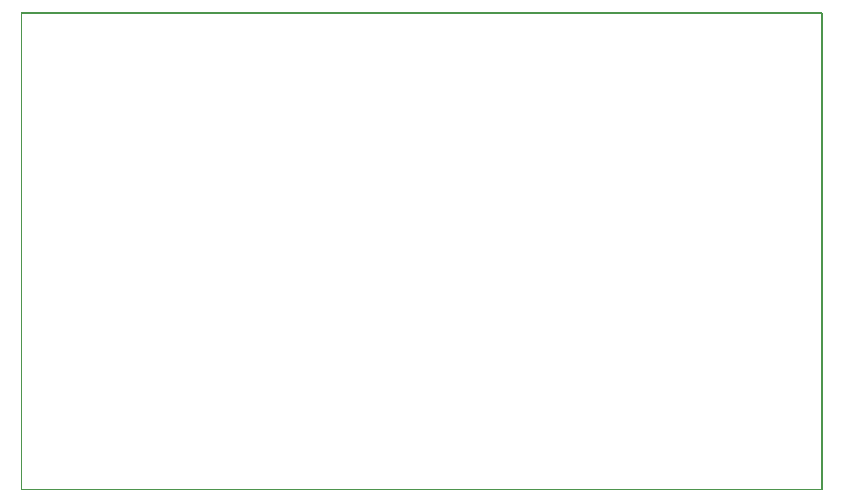
<source format=gko>
G04*
G04 #@! TF.GenerationSoftware,Altium Limited,Altium Designer,23.8.1 (32)*
G04*
G04 Layer_Color=16711935*
%FSLAX44Y44*%
%MOMM*%
G71*
G04*
G04 #@! TF.SameCoordinates,372F65C9-6F4F-413F-B500-709901E0D80A*
G04*
G04*
G04 #@! TF.FilePolarity,Positive*
G04*
G01*
G75*
%ADD40C,0.1000*%
D40*
X678000Y403000D02*
G03*
X677500Y403500I-500J0D01*
G01*
X678000Y403000D02*
G03*
X677500Y403500I-500J0D01*
G01*
X677500Y-500D02*
G03*
X678000Y-0I0J500D01*
G01*
X677500Y-500D02*
G03*
X678000Y-0I0J500D01*
G01*
X0Y403501D02*
G03*
X-500Y403000I0J-500D01*
G01*
X0Y403501D02*
G03*
X-500Y403000I0J-500D01*
G01*
Y0D02*
G03*
X0Y-500I500J0D01*
G01*
X-500Y0D02*
G03*
X0Y-500I500J0D01*
G01*
Y0D02*
X615420Y-0D01*
X677500D01*
X677500Y79000D02*
X677500Y-0D01*
X677500Y79000D02*
Y403000D01*
X95420Y403000D02*
X677500Y403000D01*
X0Y403000D02*
X95420D01*
X-0Y324000D02*
X0Y403000D01*
X-0Y324000D02*
X0Y0D01*
X678000Y79000D02*
Y403000D01*
Y79000D02*
X678000Y-0D01*
X615420Y-500D02*
X677500D01*
X95420Y403501D02*
X677500Y403500D01*
X0Y403501D02*
X95420D01*
X0Y-500D02*
X615420Y-500D01*
X-500Y324000D02*
X-500Y403000D01*
X-500Y324000D02*
X-500Y0D01*
M02*

</source>
